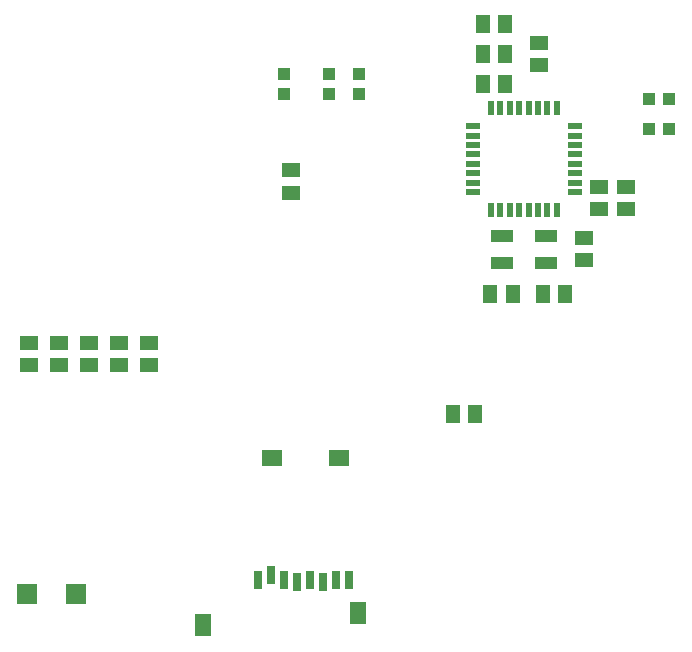
<source format=gbr>
G04 EAGLE Gerber RS-274X export*
G75*
%MOMM*%
%FSLAX34Y34*%
%LPD*%
%INSolderpaste Bottom*%
%IPPOS*%
%AMOC8*
5,1,8,0,0,1.08239X$1,22.5*%
G01*
%ADD10R,1.500000X1.300000*%
%ADD11R,1.000000X1.100000*%
%ADD12R,0.800000X1.500000*%
%ADD13R,1.400000X1.900000*%
%ADD14R,1.800000X1.400000*%
%ADD15R,1.300000X1.500000*%
%ADD16R,0.558800X1.270000*%
%ADD17R,1.270000X0.558800*%
%ADD18R,1.900000X1.100000*%
%ADD19R,1.100000X1.000000*%
%ADD20R,1.800000X1.700000*%


D10*
X184150Y784250D03*
X184150Y803250D03*
D11*
X241300Y867800D03*
X241300Y884800D03*
X215900Y867800D03*
X215900Y884800D03*
X177800Y884800D03*
X177800Y867800D03*
D10*
X38100Y638200D03*
X38100Y657200D03*
X63500Y638200D03*
X63500Y657200D03*
X12700Y638200D03*
X12700Y657200D03*
X-12700Y638200D03*
X-12700Y657200D03*
X-38100Y638200D03*
X-38100Y657200D03*
D12*
X155860Y456680D03*
X166860Y460680D03*
X177860Y456680D03*
X188860Y454680D03*
X199860Y456680D03*
X210860Y454680D03*
X221860Y456680D03*
X232860Y456680D03*
D13*
X240760Y428180D03*
X109260Y418180D03*
D14*
X224760Y559680D03*
X167760Y559680D03*
D15*
X339700Y596900D03*
X320700Y596900D03*
D16*
X409000Y769874D03*
X401000Y769874D03*
X393000Y769874D03*
X385000Y769874D03*
X377000Y769874D03*
X369000Y769874D03*
X361000Y769874D03*
X353000Y769874D03*
D17*
X338074Y784800D03*
X338074Y792800D03*
X338074Y800800D03*
X338074Y808800D03*
X338074Y816800D03*
X338074Y824800D03*
X338074Y832800D03*
X338074Y840800D03*
D16*
X353000Y855726D03*
X361000Y855726D03*
X369000Y855726D03*
X377000Y855726D03*
X385000Y855726D03*
X393000Y855726D03*
X401000Y855726D03*
X409000Y855726D03*
D17*
X423926Y840800D03*
X423926Y832800D03*
X423926Y824800D03*
X423926Y816800D03*
X423926Y808800D03*
X423926Y800800D03*
X423926Y792800D03*
X423926Y784800D03*
D18*
X362500Y748100D03*
X399500Y725100D03*
X362500Y725100D03*
X399500Y748100D03*
D15*
X396900Y698500D03*
X415900Y698500D03*
X371450Y698500D03*
X352450Y698500D03*
D10*
X393700Y892200D03*
X393700Y911200D03*
D15*
X365100Y876300D03*
X346100Y876300D03*
X365100Y901700D03*
X346100Y901700D03*
X365100Y927100D03*
X346100Y927100D03*
D19*
X486800Y863600D03*
X503800Y863600D03*
X486800Y838200D03*
X503800Y838200D03*
D10*
X431800Y746100D03*
X431800Y727100D03*
D20*
X-39550Y444500D03*
X1450Y444500D03*
D10*
X444500Y789280D03*
X444500Y770280D03*
X467360Y789280D03*
X467360Y770280D03*
M02*

</source>
